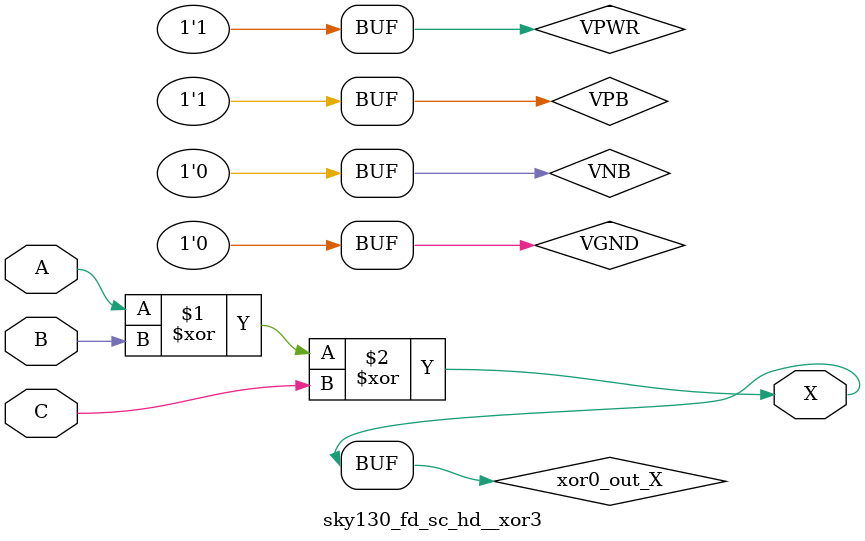
<source format=v>
/*
 * Copyright 2020 The SkyWater PDK Authors
 *
 * Licensed under the Apache License, Version 2.0 (the "License");
 * you may not use this file except in compliance with the License.
 * You may obtain a copy of the License at
 *
 *     https://www.apache.org/licenses/LICENSE-2.0
 *
 * Unless required by applicable law or agreed to in writing, software
 * distributed under the License is distributed on an "AS IS" BASIS,
 * WITHOUT WARRANTIES OR CONDITIONS OF ANY KIND, either express or implied.
 * See the License for the specific language governing permissions and
 * limitations under the License.
 *
 * SPDX-License-Identifier: Apache-2.0
*/


`ifndef SKY130_FD_SC_HD__XOR3_TIMING_V
`define SKY130_FD_SC_HD__XOR3_TIMING_V

/**
 * xor3: 3-input exclusive OR.
 *
 *       X = A ^ B ^ C
 *
 * Verilog simulation timing model.
 */

`timescale 1ns / 1ps
`default_nettype none

`celldefine
module sky130_fd_sc_hd__xor3 (
    X,
    A,
    B,
    C
);

    // Module ports
    output X;
    input  A;
    input  B;
    input  C;

    // Module supplies
    supply1 VPWR;
    supply0 VGND;
    supply1 VPB ;
    supply0 VNB ;

    // Local signals
    wire xor0_out_X;

    //  Name  Output      Other arguments
    xor xor0 (xor0_out_X, A, B, C        );
    buf buf0 (X         , xor0_out_X     );

endmodule
`endcelldefine

`default_nettype wire
`endif  // SKY130_FD_SC_HD__XOR3_TIMING_V

</source>
